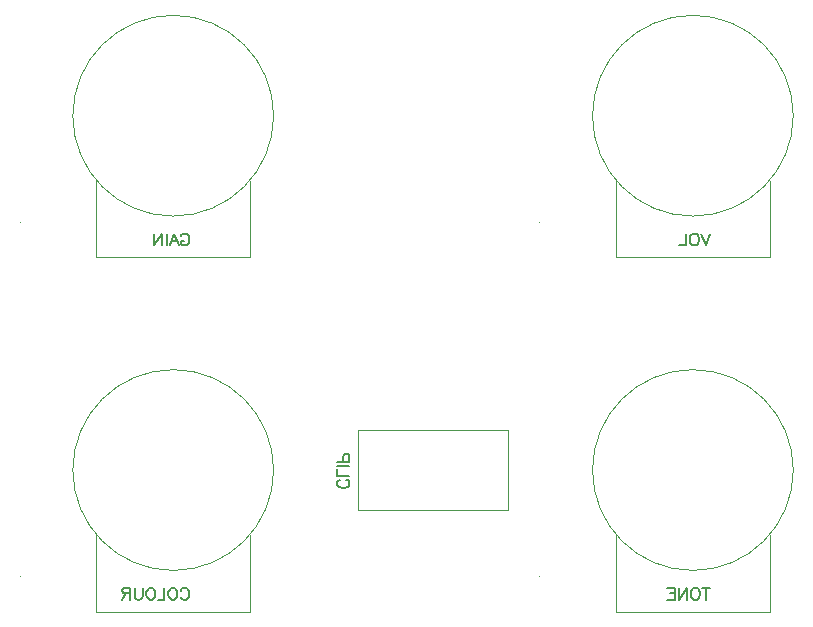
<source format=gbo>
%FSLAX46Y46*%
%MOMM*%
%ADD11C,0.050000*%
%ADD10C,0.150000*%
G01*
%LPD*%
G01*
%LPD*%
D10*
X10190476Y37810952D02*
X10142857Y37715716D01*
D10*
X10285714Y37906192D02*
X10190476Y37810952D01*
D10*
X10380952Y37953808D02*
X10285714Y37906192D01*
D10*
X10571429Y37953808D02*
X10380952Y37953808D01*
D10*
X10666667Y37906192D02*
X10571429Y37953808D01*
D10*
X10761905Y37810952D02*
X10666667Y37906192D01*
D10*
X10809524Y37715716D02*
X10761905Y37810952D01*
D10*
X10857143Y37572856D02*
X10809524Y37715716D01*
D10*
X10857143Y37334760D02*
X10857143Y37572856D01*
D10*
X10809524Y37191904D02*
X10857143Y37334760D01*
D10*
X10761905Y37096668D02*
X10809524Y37191904D01*
D10*
X10666667Y37001428D02*
X10761905Y37096668D01*
D10*
X10571429Y36953808D02*
X10666667Y37001428D01*
D10*
X10380952Y36953808D02*
X10571429Y36953808D01*
D10*
X10285714Y37001428D02*
X10380952Y36953808D01*
D10*
X10190476Y37096668D02*
X10285714Y37001428D01*
D10*
X10142857Y37191904D02*
X10190476Y37096668D01*
D10*
X9666667Y37906192D02*
X9571429Y37953808D01*
D10*
X9761905Y37810952D02*
X9666667Y37906192D01*
D10*
X9809524Y37715716D02*
X9761905Y37810952D01*
D10*
X9857143Y37572856D02*
X9809524Y37715716D01*
D10*
X9857143Y37334760D02*
X9857143Y37572856D01*
D10*
X9809524Y37191904D02*
X9857143Y37334760D01*
D10*
X9761905Y37096668D02*
X9809524Y37191904D01*
D10*
X9666667Y37001428D02*
X9761905Y37096668D01*
D10*
X9571429Y36953808D02*
X9666667Y37001428D01*
D10*
X9380952Y36953808D02*
X9571429Y36953808D01*
D10*
X9285714Y37001428D02*
X9380952Y36953808D01*
D10*
X9190476Y37096668D02*
X9285714Y37001428D01*
D10*
X9142857Y37191904D02*
X9190476Y37096668D01*
D10*
X9095238Y37334760D02*
X9142857Y37191904D01*
D10*
X9095238Y37572856D02*
X9095238Y37334760D01*
D10*
X9142857Y37715716D02*
X9095238Y37572856D01*
D10*
X9190476Y37810952D02*
X9142857Y37715716D01*
D10*
X9285714Y37906192D02*
X9190476Y37810952D01*
D10*
X9380952Y37953808D02*
X9285714Y37906192D01*
D10*
X9571429Y37953808D02*
X9380952Y37953808D01*
D10*
X8761905Y36953808D02*
X8761905Y37953808D01*
D10*
X8190476Y36953808D02*
X8761905Y36953808D01*
D10*
X7809524Y37906192D02*
X7714286Y37953808D01*
D10*
X7904762Y37810952D02*
X7809524Y37906192D01*
D10*
X7952381Y37715716D02*
X7904762Y37810952D01*
D10*
X8000000Y37572856D02*
X7952381Y37715716D01*
D10*
X8000000Y37334760D02*
X8000000Y37572856D01*
D10*
X7952381Y37191904D02*
X8000000Y37334760D01*
D10*
X7904762Y37096668D02*
X7952381Y37191904D01*
D10*
X7809524Y37001428D02*
X7904762Y37096668D01*
D10*
X7714286Y36953808D02*
X7809524Y37001428D01*
D10*
X7523809Y36953808D02*
X7714286Y36953808D01*
D10*
X7428571Y37001428D02*
X7523809Y36953808D01*
D10*
X7333333Y37096668D02*
X7428571Y37001428D01*
D10*
X7285714Y37191904D02*
X7333333Y37096668D01*
D10*
X7238095Y37334760D02*
X7285714Y37191904D01*
D10*
X7238095Y37572856D02*
X7238095Y37334760D01*
D10*
X7285714Y37715716D02*
X7238095Y37572856D01*
D10*
X7333333Y37810952D02*
X7285714Y37715716D01*
D10*
X7428571Y37906192D02*
X7333333Y37810952D01*
D10*
X7523809Y37953808D02*
X7428571Y37906192D01*
D10*
X7714286Y37953808D02*
X7523809Y37953808D01*
D10*
X6904762Y37239524D02*
X6904762Y37953808D01*
D10*
X6857143Y37096668D02*
X6904762Y37239524D01*
D10*
X6761905Y37001428D02*
X6857143Y37096668D01*
D10*
X6619047Y36953808D02*
X6761905Y37001428D01*
D10*
X6523809Y36953808D02*
X6619047Y36953808D01*
D10*
X6380952Y37001428D02*
X6523809Y36953808D01*
D10*
X6285714Y37096668D02*
X6380952Y37001428D01*
D10*
X6238095Y37239524D02*
X6285714Y37096668D01*
D10*
X6238095Y37953808D02*
X6238095Y37239524D01*
D10*
X5857143Y36953808D02*
X5857143Y37953808D01*
D10*
X5428571Y37953808D02*
X5857143Y37953808D01*
D10*
X5285714Y37906192D02*
X5428571Y37953808D01*
D10*
X5238095Y37858572D02*
X5285714Y37906192D01*
D10*
X5190476Y37763332D02*
X5238095Y37858572D01*
D10*
X5190476Y37668096D02*
X5190476Y37763332D01*
D10*
X5238095Y37572856D02*
X5190476Y37668096D01*
D10*
X5285714Y37525240D02*
X5238095Y37572856D01*
D10*
X5428571Y37477620D02*
X5285714Y37525240D01*
D10*
X5857143Y37477620D02*
X5428571Y37477620D01*
D10*
X5190476Y36953808D02*
X5523809Y37477620D01*
D10*
X24260952Y47073048D02*
X24165714Y47120668D01*
D10*
X24356190Y46977808D02*
X24260952Y47073048D01*
D10*
X24403810Y46882572D02*
X24356190Y46977808D01*
D10*
X24403810Y46692096D02*
X24403810Y46882572D01*
D10*
X24356190Y46596856D02*
X24403810Y46692096D01*
D10*
X24260952Y46501620D02*
X24356190Y46596856D01*
D10*
X24165714Y46454000D02*
X24260952Y46501620D01*
D10*
X24022858Y46406380D02*
X24165714Y46454000D01*
D10*
X23784762Y46406380D02*
X24022858Y46406380D01*
D10*
X23641904Y46454000D02*
X23784762Y46406380D01*
D10*
X23546666Y46501620D02*
X23641904Y46454000D01*
D10*
X23451428Y46596856D02*
X23546666Y46501620D01*
D10*
X23403810Y46692096D02*
X23451428Y46596856D01*
D10*
X23403810Y46882572D02*
X23403810Y46692096D01*
D10*
X23451428Y46977808D02*
X23403810Y46882572D01*
D10*
X23546666Y47073048D02*
X23451428Y46977808D01*
D10*
X23641904Y47120668D02*
X23546666Y47073048D01*
D10*
X23403810Y47454000D02*
X24403810Y47454000D01*
D10*
X23403810Y48025428D02*
X23403810Y47454000D01*
D10*
X23403810Y48263524D02*
X24403810Y48263524D01*
D10*
X23403810Y48644476D02*
X24403810Y48644476D01*
D10*
X24403810Y49073048D02*
X24403810Y48644476D01*
D10*
X24356190Y49215904D02*
X24403810Y49073048D01*
D10*
X24308572Y49263524D02*
X24356190Y49215904D01*
D10*
X24213334Y49311144D02*
X24308572Y49263524D01*
D10*
X24070476Y49311144D02*
X24213334Y49311144D01*
D10*
X23975238Y49263524D02*
X24070476Y49311144D01*
D10*
X23927620Y49215904D02*
X23975238Y49263524D01*
D10*
X23880000Y49073048D02*
X23927620Y49215904D01*
D10*
X23880000Y48644476D02*
X23880000Y49073048D01*
D10*
X10190476Y67810952D02*
X10142857Y67715712D01*
D10*
X10285714Y67906192D02*
X10190476Y67810952D01*
D10*
X10380952Y67953808D02*
X10285714Y67906192D01*
D10*
X10571429Y67953808D02*
X10380952Y67953808D01*
D10*
X10666667Y67906192D02*
X10571429Y67953808D01*
D10*
X10761905Y67810952D02*
X10666667Y67906192D01*
D10*
X10809524Y67715712D02*
X10761905Y67810952D01*
D10*
X10857143Y67572856D02*
X10809524Y67715712D01*
D10*
X10857143Y67334760D02*
X10857143Y67572856D01*
D10*
X10809524Y67191904D02*
X10857143Y67334760D01*
D10*
X10761905Y67096668D02*
X10809524Y67191904D01*
D10*
X10666667Y67001428D02*
X10761905Y67096668D01*
D10*
X10571429Y66953808D02*
X10666667Y67001428D01*
D10*
X10380952Y66953808D02*
X10571429Y66953808D01*
D10*
X10285714Y67001428D02*
X10380952Y66953808D01*
D10*
X10190476Y67096668D02*
X10285714Y67001428D01*
D10*
X10142857Y67191904D02*
X10190476Y67096668D01*
D10*
X10142857Y67334760D02*
X10142857Y67191904D01*
D10*
X10142857Y67334760D02*
X10380952Y67334760D01*
D10*
X9952381Y66953808D02*
X9571429Y67953808D01*
D10*
X9190476Y66953808D02*
X9571429Y67953808D01*
D10*
X9333333Y67287144D02*
X9809524Y67287144D01*
D10*
X8952381Y66953808D02*
X8952381Y67953808D01*
D10*
X8571428Y66953808D02*
X8571428Y67953808D01*
D10*
X7904762Y66953808D02*
X8571428Y67953808D01*
D10*
X7904762Y66953808D02*
X7904762Y67953808D01*
D10*
X54619048Y36953808D02*
X54619048Y37953808D01*
D10*
X54285716Y37953808D02*
X54952380Y37953808D01*
D10*
X53904760Y37906192D02*
X53809524Y37953808D01*
D10*
X54000000Y37810952D02*
X53904760Y37906192D01*
D10*
X54047620Y37715716D02*
X54000000Y37810952D01*
D10*
X54095240Y37572856D02*
X54047620Y37715716D01*
D10*
X54095240Y37334760D02*
X54095240Y37572856D01*
D10*
X54047620Y37191904D02*
X54095240Y37334760D01*
D10*
X54000000Y37096668D02*
X54047620Y37191904D01*
D10*
X53904760Y37001428D02*
X54000000Y37096668D01*
D10*
X53809524Y36953808D02*
X53904760Y37001428D01*
D10*
X53619048Y36953808D02*
X53809524Y36953808D01*
D10*
X53523808Y37001428D02*
X53619048Y36953808D01*
D10*
X53428572Y37096668D02*
X53523808Y37001428D01*
D10*
X53380952Y37191904D02*
X53428572Y37096668D01*
D10*
X53333332Y37334760D02*
X53380952Y37191904D01*
D10*
X53333332Y37572856D02*
X53333332Y37334760D01*
D10*
X53380952Y37715716D02*
X53333332Y37572856D01*
D10*
X53428572Y37810952D02*
X53380952Y37715716D01*
D10*
X53523808Y37906192D02*
X53428572Y37810952D01*
D10*
X53619048Y37953808D02*
X53523808Y37906192D01*
D10*
X53809524Y37953808D02*
X53619048Y37953808D01*
D10*
X53000000Y36953808D02*
X53000000Y37953808D01*
D10*
X52333332Y36953808D02*
X53000000Y37953808D01*
D10*
X52333332Y36953808D02*
X52333332Y37953808D01*
D10*
X51952380Y36953808D02*
X51952380Y37953808D01*
D10*
X51333332Y37953808D02*
X51952380Y37953808D01*
D10*
X51571428Y37477620D02*
X51952380Y37477620D01*
D10*
X51333332Y36953808D02*
X51952380Y36953808D01*
D10*
X54571428Y66953808D02*
X54952380Y67953808D01*
D10*
X54571428Y66953808D02*
X54190476Y67953808D01*
D10*
X53809524Y67906192D02*
X53714284Y67953808D01*
D10*
X53904760Y67810952D02*
X53809524Y67906192D01*
D10*
X53952380Y67715712D02*
X53904760Y67810952D01*
D10*
X54000000Y67572856D02*
X53952380Y67715712D01*
D10*
X54000000Y67334760D02*
X54000000Y67572856D01*
D10*
X53952380Y67191904D02*
X54000000Y67334760D01*
D10*
X53904760Y67096668D02*
X53952380Y67191904D01*
D10*
X53809524Y67001428D02*
X53904760Y67096668D01*
D10*
X53714284Y66953808D02*
X53809524Y67001428D01*
D10*
X53523808Y66953808D02*
X53714284Y66953808D01*
D10*
X53428572Y67001428D02*
X53523808Y66953808D01*
D10*
X53333332Y67096668D02*
X53428572Y67001428D01*
D10*
X53285716Y67191904D02*
X53333332Y67096668D01*
D10*
X53238096Y67334760D02*
X53285716Y67191904D01*
D10*
X53238096Y67572856D02*
X53238096Y67334760D01*
D10*
X53285716Y67715712D02*
X53238096Y67572856D01*
D10*
X53333332Y67810952D02*
X53285716Y67715712D01*
D10*
X53428572Y67906192D02*
X53333332Y67810952D01*
D10*
X53523808Y67953808D02*
X53428572Y67906192D01*
D10*
X53714284Y67953808D02*
X53523808Y67953808D01*
D10*
X52904760Y66953808D02*
X52904760Y67953808D01*
D10*
X52333332Y66953808D02*
X52904760Y66953808D01*
D11*
X16000000Y35930000D02*
X3000000Y35930000D01*
D11*
X16000000Y42430000D02*
X16000000Y35930000D01*
D11*
X-3500000Y38930000D02*
X-3500000Y38930000D01*
D11*
X3000000Y35930000D02*
X3000000Y42430000D01*
D11*
X16000000Y65930000D02*
X3000000Y65930000D01*
D11*
X16000000Y72430000D02*
X16000000Y65930000D01*
D11*
X-3500000Y68930000D02*
X-3500000Y68930000D01*
D11*
X3000000Y65930000D02*
X3000000Y72430000D01*
D11*
X60000000Y35930000D02*
X47000000Y35930000D01*
D11*
X60000000Y42430000D02*
X60000000Y35930000D01*
D11*
X40500000Y38930000D02*
X40500000Y38930000D01*
D11*
X47000000Y35930000D02*
X47000000Y42430000D01*
D11*
X25150000Y44530000D02*
X37850000Y44530000D01*
D11*
X25150000Y51330000D02*
X25150000Y44530000D01*
D11*
X37850000Y44530000D02*
X37850000Y51330000D01*
D11*
X37850000Y51330000D02*
X25150000Y51330000D01*
D11*
X60000000Y65930000D02*
X47000000Y65930000D01*
D11*
X60000000Y72430000D02*
X60000000Y65930000D01*
D11*
X40500000Y68930000D02*
X40500000Y68930000D01*
D11*
X47000000Y65930000D02*
X47000000Y72430000D01*
G75*
D11*
G02*
X1000000Y47930000D02*
X18000000Y47930000I8500000J0D01*
D11*
G02*
X18000000Y47930000D02*
X1000000Y47930000I-8500000J0D01*
D11*
G02*
X1000000Y77930000D02*
X18000000Y77930000I8500000J0D01*
D11*
G02*
X18000000Y77930000D02*
X1000000Y77930000I-8500000J0D01*
D11*
G02*
X45000000Y47930000D02*
X62000000Y47930000I8500000J0D01*
D11*
G02*
X62000000Y47930000D02*
X45000000Y47930000I-8500000J0D01*
D11*
G02*
X45000000Y77930000D02*
X62000000Y77930000I8500000J0D01*
D11*
G02*
X62000000Y77930000D02*
X45000000Y77930000I-8500000J0D01*
M02*

</source>
